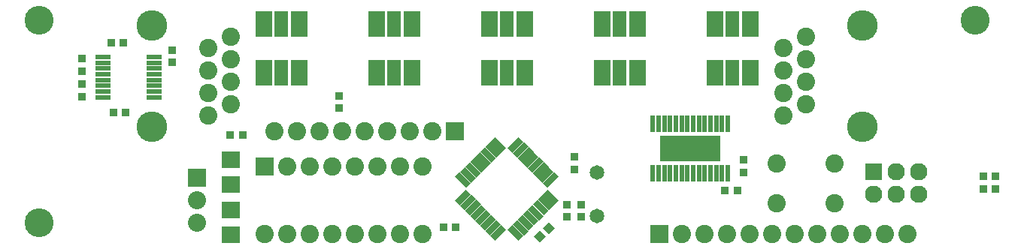
<source format=gts>
G04 (created by PCBNEW (2013-mar-30)-stable) date Tue 14 May 2013 03:43:35 PM CDT*
%MOIN*%
G04 Gerber Fmt 3.4, Leading zero omitted, Abs format*
%FSLAX34Y34*%
G01*
G70*
G90*
G04 APERTURE LIST*
%ADD10C,0.0006*%
%ADD11R,0.0651X0.0238*%
%ADD12R,0.08X0.08*%
%ADD13C,0.08*%
%ADD14C,0.0808661*%
%ADD15R,0.0808661X0.0808661*%
%ADD16R,0.0769X0.1163*%
%ADD17R,0.0612X0.1163*%
%ADD18R,0.0218X0.073*%
%ADD19R,0.269843X0.112362*%
%ADD20C,0.0651181*%
%ADD21C,0.135984*%
%ADD22R,0.0769291X0.0769291*%
%ADD23C,0.0769291*%
%ADD24R,0.0808661X0.0729921*%
%ADD25R,0.0375591X0.0375591*%
%ADD26C,0.12811*%
G04 APERTURE END LIST*
G54D10*
G54D11*
X6852Y7314D03*
X6852Y7570D03*
X6852Y7826D03*
X6852Y8082D03*
X6852Y8338D03*
X6852Y8594D03*
X6852Y8850D03*
X6852Y9106D03*
X4588Y9106D03*
X4588Y8850D03*
X4588Y8594D03*
X4588Y8338D03*
X4588Y8082D03*
X4588Y7826D03*
X4588Y7570D03*
X4588Y7314D03*
G54D10*
G36*
X23239Y1161D02*
X23029Y951D01*
X22541Y1440D01*
X22751Y1650D01*
X23239Y1161D01*
X23239Y1161D01*
G37*
G36*
X23462Y1384D02*
X23252Y1174D01*
X22763Y1663D01*
X22973Y1873D01*
X23462Y1384D01*
X23462Y1384D01*
G37*
G36*
X23685Y1607D02*
X23475Y1397D01*
X22986Y1885D01*
X23196Y2096D01*
X23685Y1607D01*
X23685Y1607D01*
G37*
G36*
X23907Y1830D02*
X23697Y1620D01*
X23209Y2108D01*
X23419Y2318D01*
X23907Y1830D01*
X23907Y1830D01*
G37*
G36*
X24129Y2052D02*
X23919Y1842D01*
X23431Y2330D01*
X23641Y2540D01*
X24129Y2052D01*
X24129Y2052D01*
G37*
G36*
X24352Y2274D02*
X24142Y2064D01*
X23653Y2553D01*
X23864Y2763D01*
X24352Y2274D01*
X24352Y2274D01*
G37*
G36*
X24575Y2497D02*
X24365Y2287D01*
X23876Y2776D01*
X24086Y2986D01*
X24575Y2497D01*
X24575Y2497D01*
G37*
G36*
X24798Y2720D02*
X24588Y2510D01*
X24099Y2998D01*
X24309Y3208D01*
X24798Y2720D01*
X24798Y2720D01*
G37*
G36*
X24588Y3989D02*
X24798Y3779D01*
X24309Y3291D01*
X24099Y3501D01*
X24588Y3989D01*
X24588Y3989D01*
G37*
G36*
X24365Y4212D02*
X24575Y4002D01*
X24086Y3513D01*
X23876Y3723D01*
X24365Y4212D01*
X24365Y4212D01*
G37*
G36*
X24142Y4435D02*
X24352Y4225D01*
X23864Y3736D01*
X23653Y3946D01*
X24142Y4435D01*
X24142Y4435D01*
G37*
G36*
X23919Y4657D02*
X24129Y4447D01*
X23641Y3959D01*
X23431Y4169D01*
X23919Y4657D01*
X23919Y4657D01*
G37*
G36*
X23697Y4879D02*
X23907Y4669D01*
X23419Y4181D01*
X23209Y4391D01*
X23697Y4879D01*
X23697Y4879D01*
G37*
G36*
X23475Y5102D02*
X23685Y4892D01*
X23196Y4403D01*
X22986Y4614D01*
X23475Y5102D01*
X23475Y5102D01*
G37*
G36*
X23252Y5325D02*
X23462Y5115D01*
X22973Y4626D01*
X22763Y4836D01*
X23252Y5325D01*
X23252Y5325D01*
G37*
G36*
X23029Y5548D02*
X23239Y5338D01*
X22751Y4849D01*
X22541Y5059D01*
X23029Y5548D01*
X23029Y5548D01*
G37*
G36*
X21760Y5338D02*
X21970Y5548D01*
X22458Y5059D01*
X22248Y4849D01*
X21760Y5338D01*
X21760Y5338D01*
G37*
G36*
X21537Y5115D02*
X21747Y5325D01*
X22236Y4836D01*
X22026Y4626D01*
X21537Y5115D01*
X21537Y5115D01*
G37*
G36*
X21314Y4892D02*
X21524Y5102D01*
X22013Y4614D01*
X21803Y4403D01*
X21314Y4892D01*
X21314Y4892D01*
G37*
G36*
X21092Y4669D02*
X21302Y4879D01*
X21790Y4391D01*
X21580Y4181D01*
X21092Y4669D01*
X21092Y4669D01*
G37*
G36*
X20870Y4447D02*
X21080Y4657D01*
X21568Y4169D01*
X21358Y3959D01*
X20870Y4447D01*
X20870Y4447D01*
G37*
G36*
X20647Y4225D02*
X20857Y4435D01*
X21346Y3946D01*
X21135Y3736D01*
X20647Y4225D01*
X20647Y4225D01*
G37*
G36*
X20424Y4002D02*
X20634Y4212D01*
X21123Y3723D01*
X20913Y3513D01*
X20424Y4002D01*
X20424Y4002D01*
G37*
G36*
X20201Y3779D02*
X20411Y3989D01*
X20900Y3501D01*
X20690Y3291D01*
X20201Y3779D01*
X20201Y3779D01*
G37*
G36*
X20411Y2510D02*
X20201Y2720D01*
X20690Y3208D01*
X20900Y2998D01*
X20411Y2510D01*
X20411Y2510D01*
G37*
G36*
X20634Y2287D02*
X20424Y2497D01*
X20913Y2986D01*
X21123Y2776D01*
X20634Y2287D01*
X20634Y2287D01*
G37*
G36*
X20857Y2064D02*
X20647Y2274D01*
X21135Y2763D01*
X21346Y2553D01*
X20857Y2064D01*
X20857Y2064D01*
G37*
G36*
X21080Y1842D02*
X20870Y2052D01*
X21358Y2540D01*
X21568Y2330D01*
X21080Y1842D01*
X21080Y1842D01*
G37*
G36*
X21302Y1620D02*
X21092Y1830D01*
X21580Y2318D01*
X21790Y2108D01*
X21302Y1620D01*
X21302Y1620D01*
G37*
G36*
X21524Y1397D02*
X21314Y1607D01*
X21803Y2096D01*
X22013Y1885D01*
X21524Y1397D01*
X21524Y1397D01*
G37*
G36*
X21747Y1174D02*
X21537Y1384D01*
X22026Y1873D01*
X22236Y1663D01*
X21747Y1174D01*
X21747Y1174D01*
G37*
G36*
X21970Y951D02*
X21760Y1161D01*
X22248Y1650D01*
X22458Y1440D01*
X21970Y951D01*
X21970Y951D01*
G37*
G54D12*
X8750Y3750D03*
G54D13*
X8750Y2750D03*
X8750Y1750D03*
G54D14*
X34470Y4385D03*
X37029Y4385D03*
X34470Y2614D03*
X37029Y2614D03*
G54D15*
X20180Y5790D03*
G54D14*
X19180Y5790D03*
X18180Y5790D03*
X17180Y5790D03*
X16180Y5790D03*
X15180Y5790D03*
X14180Y5790D03*
X13180Y5790D03*
X12180Y5790D03*
G54D15*
X29250Y1250D03*
G54D14*
X30250Y1250D03*
X31250Y1250D03*
X32250Y1250D03*
X33250Y1250D03*
X34250Y1250D03*
X35250Y1250D03*
X36250Y1250D03*
X37250Y1250D03*
X38250Y1250D03*
X39250Y1250D03*
X40250Y1250D03*
G54D16*
X11722Y8417D03*
G54D17*
X12500Y8417D03*
G54D16*
X13278Y8417D03*
X13278Y10583D03*
G54D17*
X12500Y10583D03*
G54D16*
X11722Y10583D03*
X16722Y8417D03*
G54D17*
X17500Y8417D03*
G54D16*
X18278Y8417D03*
X18278Y10583D03*
G54D17*
X17500Y10583D03*
G54D16*
X16722Y10583D03*
X21722Y8417D03*
G54D17*
X22500Y8417D03*
G54D16*
X23278Y8417D03*
X23278Y10583D03*
G54D17*
X22500Y10583D03*
G54D16*
X21722Y10583D03*
X26722Y8417D03*
G54D17*
X27500Y8417D03*
G54D16*
X28278Y8417D03*
X28278Y10583D03*
G54D17*
X27500Y10583D03*
G54D16*
X26722Y10583D03*
X31722Y8417D03*
G54D17*
X32500Y8417D03*
G54D16*
X33278Y8417D03*
X33278Y10583D03*
G54D17*
X32500Y10583D03*
G54D16*
X31722Y10583D03*
G54D18*
X30758Y3938D03*
X31014Y3938D03*
X31270Y3938D03*
X31526Y3938D03*
X31782Y3938D03*
X32037Y3938D03*
X32293Y3938D03*
X30502Y3938D03*
X30246Y3938D03*
X29990Y3938D03*
X29734Y3938D03*
X29478Y3938D03*
X29223Y3938D03*
X28967Y3938D03*
X28967Y6142D03*
X29223Y6142D03*
X29478Y6142D03*
X29734Y6142D03*
X29990Y6142D03*
X30246Y6142D03*
X30502Y6142D03*
X32293Y6142D03*
X32037Y6142D03*
X31782Y6142D03*
X31526Y6142D03*
X31270Y6142D03*
X31014Y6142D03*
X30758Y6142D03*
G54D19*
X30630Y5040D03*
G54D20*
X26500Y3960D03*
X26500Y2039D03*
G54D15*
X11750Y4250D03*
G54D14*
X12750Y4250D03*
X14750Y4250D03*
X15750Y4250D03*
X16750Y4250D03*
X17750Y4250D03*
X18750Y4250D03*
X18750Y1250D03*
X17750Y1250D03*
X16750Y1250D03*
X15750Y1250D03*
X14750Y1250D03*
X13750Y1250D03*
X12750Y1250D03*
X11750Y1250D03*
X13750Y4250D03*
X35750Y10000D03*
X34750Y9500D03*
X35750Y9000D03*
X34750Y8500D03*
X35750Y8000D03*
X34750Y7500D03*
X35750Y7000D03*
X34750Y6500D03*
G54D21*
X38250Y10500D03*
X38250Y6000D03*
G54D14*
X9250Y6500D03*
X10250Y7000D03*
X9250Y7500D03*
X10250Y8000D03*
X9250Y8500D03*
X10250Y9000D03*
X9250Y9500D03*
X10250Y10000D03*
G54D21*
X6750Y6000D03*
X6750Y10500D03*
G54D22*
X38750Y4000D03*
G54D23*
X38750Y3000D03*
X39750Y4000D03*
X39750Y3000D03*
X40750Y4000D03*
X40750Y3000D03*
G54D24*
X10250Y4551D03*
X10250Y3448D03*
X10250Y1198D03*
X10250Y2301D03*
G54D25*
X25810Y2545D03*
X25810Y1994D03*
X44175Y3812D03*
X43624Y3812D03*
X44175Y3250D03*
X43624Y3250D03*
X15076Y7385D03*
X15076Y6834D03*
X10244Y5630D03*
X10795Y5630D03*
X33010Y3974D03*
X33010Y4525D03*
X32725Y3185D03*
X32174Y3185D03*
G54D10*
G36*
X23975Y859D02*
X23709Y1125D01*
X23975Y1390D01*
X24240Y1125D01*
X23975Y859D01*
X23975Y859D01*
G37*
G36*
X24364Y1249D02*
X24099Y1514D01*
X24364Y1780D01*
X24630Y1514D01*
X24364Y1249D01*
X24364Y1249D01*
G37*
G54D25*
X3670Y8474D03*
X3670Y9025D03*
X25150Y1994D03*
X25150Y2545D03*
X5054Y6650D03*
X5605Y6650D03*
X20235Y1520D03*
X19684Y1520D03*
X25480Y4655D03*
X25480Y4104D03*
X4954Y9730D03*
X5505Y9730D03*
X3670Y7895D03*
X3670Y7344D03*
X7670Y8854D03*
X7670Y9405D03*
G54D26*
X43250Y10750D03*
X1750Y10750D03*
X1750Y1750D03*
M02*

</source>
